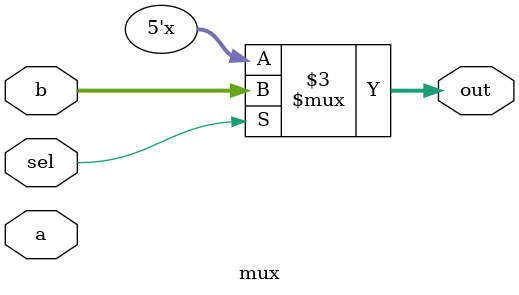
<source format=v>
module mux( 
input [4:0] a, b,
input sel,
output [4:0] out );
// When sel=0, assign a to out. 
// When sel=1, assign b to out. 
always #0 begin 
    if (sel) out = b; 
end
endmodule

</source>
